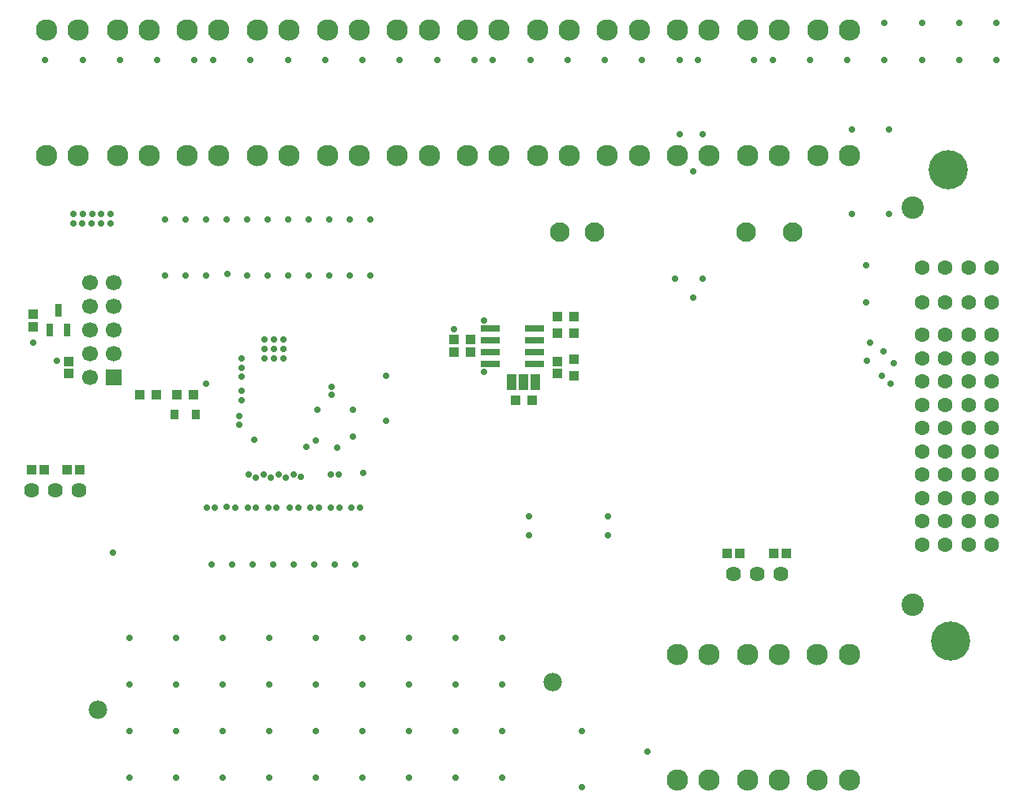
<source format=gbs>
G04*
G04 #@! TF.GenerationSoftware,Altium Limited,Altium Designer,21.9.2 (33)*
G04*
G04 Layer_Color=16711935*
%FSLAX25Y25*%
%MOIN*%
G70*
G04*
G04 #@! TF.SameCoordinates,3EA75405-4CE9-4461-8B4E-421F381EEA3C*
G04*
G04*
G04 #@! TF.FilePolarity,Negative*
G04*
G01*
G75*
%ADD17R,0.03937X0.04331*%
%ADD19R,0.04331X0.03937*%
%ADD25R,0.06693X0.06693*%
%ADD26C,0.06693*%
%ADD27C,0.07795*%
%ADD28C,0.06394*%
%ADD29C,0.09055*%
%ADD30C,0.08268*%
%ADD31C,0.06299*%
%ADD32C,0.09449*%
%ADD33C,0.16535*%
%ADD34C,0.02756*%
%ADD35R,0.03543X0.03937*%
%ADD55R,0.02594X0.05394*%
%ADD56R,0.08194X0.02594*%
%ADD57R,0.03937X0.06890*%
D17*
X475968Y411417D02*
D03*
Y404331D02*
D03*
X483071Y411417D02*
D03*
Y404331D02*
D03*
Y393307D02*
D03*
Y386221D02*
D03*
X254035Y346457D02*
D03*
X259350D02*
D03*
X274311D02*
D03*
X268996D02*
D03*
X572736Y311417D02*
D03*
X567421D02*
D03*
X547736D02*
D03*
X553051D02*
D03*
D19*
X315354Y378346D02*
D03*
X322441D02*
D03*
X299606D02*
D03*
X306693D02*
D03*
X254724Y412106D02*
D03*
Y406791D02*
D03*
X432267Y401476D02*
D03*
Y396161D02*
D03*
X439370Y401476D02*
D03*
Y396161D02*
D03*
X475968Y387106D02*
D03*
Y392421D02*
D03*
X465354Y375968D02*
D03*
X458268D02*
D03*
X269685Y392421D02*
D03*
Y387106D02*
D03*
D25*
X288740Y385512D02*
D03*
D26*
X278740D02*
D03*
X288740Y395512D02*
D03*
X278740D02*
D03*
X288740Y405512D02*
D03*
X278740D02*
D03*
X288740Y415512D02*
D03*
X278740D02*
D03*
X288740Y425512D02*
D03*
X278740D02*
D03*
D27*
X473996Y257064D02*
D03*
X281909Y245315D02*
D03*
D28*
X570236Y302559D02*
D03*
X560236D02*
D03*
X550236D02*
D03*
X274173Y338091D02*
D03*
X264173D02*
D03*
X254173D02*
D03*
D29*
X526707Y215610D02*
D03*
X540093D02*
D03*
X526707Y268642D02*
D03*
X540093D02*
D03*
X556267Y215610D02*
D03*
X569653D02*
D03*
X556267Y268642D02*
D03*
X569653D02*
D03*
X585827Y215610D02*
D03*
X599213D02*
D03*
X585827Y268642D02*
D03*
X599213D02*
D03*
X260341Y479390D02*
D03*
X273727D02*
D03*
X260341Y532421D02*
D03*
X273727D02*
D03*
X349346Y479390D02*
D03*
X362732D02*
D03*
X349346Y532421D02*
D03*
X362732D02*
D03*
X290226Y479390D02*
D03*
X303612D02*
D03*
X290226Y532421D02*
D03*
X303612D02*
D03*
X319786Y479390D02*
D03*
X333172D02*
D03*
X319786Y532421D02*
D03*
X333172D02*
D03*
X497147Y479390D02*
D03*
X510532D02*
D03*
X497147Y532421D02*
D03*
X510532D02*
D03*
X526772Y479390D02*
D03*
X540158D02*
D03*
X526772Y532421D02*
D03*
X540158D02*
D03*
X438027Y479390D02*
D03*
X451412D02*
D03*
X438027Y532421D02*
D03*
X451412D02*
D03*
X408466Y479390D02*
D03*
X421852D02*
D03*
X408466Y532421D02*
D03*
X421852D02*
D03*
X378906Y479390D02*
D03*
X392292D02*
D03*
X378906Y532421D02*
D03*
X392292D02*
D03*
X467587Y479390D02*
D03*
X480972D02*
D03*
X467587Y532421D02*
D03*
X480972D02*
D03*
X556332Y479390D02*
D03*
X569718D02*
D03*
X556332Y532421D02*
D03*
X569718D02*
D03*
X585892Y479390D02*
D03*
X599278D02*
D03*
X585892Y532421D02*
D03*
X599278D02*
D03*
D30*
X476870Y446850D02*
D03*
X491634D02*
D03*
X555610D02*
D03*
X575295D02*
D03*
D31*
X659449Y324803D02*
D03*
Y364173D02*
D03*
Y417126D02*
D03*
Y314961D02*
D03*
Y334646D02*
D03*
Y344488D02*
D03*
Y354331D02*
D03*
Y374016D02*
D03*
Y383858D02*
D03*
Y393701D02*
D03*
Y403543D02*
D03*
Y431890D02*
D03*
X649606Y324803D02*
D03*
Y364173D02*
D03*
Y417126D02*
D03*
Y314961D02*
D03*
Y334646D02*
D03*
Y344488D02*
D03*
Y354331D02*
D03*
Y374016D02*
D03*
Y383858D02*
D03*
Y393701D02*
D03*
Y403543D02*
D03*
Y431890D02*
D03*
X639764Y324803D02*
D03*
Y364173D02*
D03*
Y417126D02*
D03*
Y314961D02*
D03*
Y334646D02*
D03*
Y344488D02*
D03*
Y354331D02*
D03*
Y374016D02*
D03*
Y383858D02*
D03*
Y393701D02*
D03*
Y403543D02*
D03*
Y431890D02*
D03*
X629921Y324803D02*
D03*
Y364173D02*
D03*
Y417126D02*
D03*
Y314961D02*
D03*
Y334646D02*
D03*
Y344488D02*
D03*
Y354331D02*
D03*
Y374016D02*
D03*
Y383858D02*
D03*
Y393701D02*
D03*
Y403543D02*
D03*
Y431890D02*
D03*
D32*
X625984Y457283D02*
D03*
Y289567D02*
D03*
D33*
X641142Y473425D02*
D03*
X642126Y274410D02*
D03*
D34*
X452756Y216535D02*
D03*
X433071D02*
D03*
X413386D02*
D03*
X393701D02*
D03*
X374016D02*
D03*
X354331D02*
D03*
X334646D02*
D03*
X314961D02*
D03*
X295276D02*
D03*
X452756Y255906D02*
D03*
X433071D02*
D03*
X413386D02*
D03*
X393701D02*
D03*
X374016D02*
D03*
X354331D02*
D03*
X334646D02*
D03*
X314961D02*
D03*
X295276D02*
D03*
X374803Y372047D02*
D03*
X452756Y236221D02*
D03*
X433071D02*
D03*
X413386D02*
D03*
X374016D02*
D03*
X393701D02*
D03*
X354331D02*
D03*
X334646D02*
D03*
X314961D02*
D03*
X295276D02*
D03*
X452756Y275590D02*
D03*
X433071D02*
D03*
X413386D02*
D03*
X393701D02*
D03*
X374016D02*
D03*
X354331D02*
D03*
X334646D02*
D03*
X314961D02*
D03*
X295276D02*
D03*
X327559Y428740D02*
D03*
X612992Y386221D02*
D03*
X607874Y400394D02*
D03*
X606693Y392520D02*
D03*
X613779Y396457D02*
D03*
X389790Y372021D02*
D03*
X348132Y359423D02*
D03*
X342520Y393701D02*
D03*
X360236D02*
D03*
Y401575D02*
D03*
Y397638D02*
D03*
X356299Y393701D02*
D03*
X352362D02*
D03*
X356299Y397638D02*
D03*
Y401575D02*
D03*
X352362Y397638D02*
D03*
Y401575D02*
D03*
X327559Y383071D02*
D03*
X514173Y227559D02*
D03*
X329921Y306693D02*
D03*
X497244Y318898D02*
D03*
Y326772D02*
D03*
X486496Y236220D02*
D03*
Y212598D02*
D03*
X254724Y400394D02*
D03*
X264567Y392520D02*
D03*
X394094Y345276D02*
D03*
X341732Y365748D02*
D03*
Y369291D02*
D03*
X392520Y330709D02*
D03*
X383677Y344488D02*
D03*
X380315D02*
D03*
X464173Y326772D02*
D03*
X464173Y318898D02*
D03*
X362205Y452362D02*
D03*
X355906Y306693D02*
D03*
X389764Y360630D02*
D03*
X345276Y330709D02*
D03*
X336492Y330818D02*
D03*
X367800Y343565D02*
D03*
X375197Y330693D02*
D03*
X345669Y344488D02*
D03*
X348819Y343307D02*
D03*
X348819Y330709D02*
D03*
X389027Y330709D02*
D03*
X380348D02*
D03*
X371670D02*
D03*
X362992D02*
D03*
X357480Y330709D02*
D03*
X340158D02*
D03*
X331496D02*
D03*
X361417Y343307D02*
D03*
X355118Y343312D02*
D03*
X364567Y344488D02*
D03*
X358268D02*
D03*
X351969D02*
D03*
X444882Y387795D02*
D03*
Y409449D02*
D03*
X347244Y306693D02*
D03*
X353543Y428740D02*
D03*
X336733Y429252D02*
D03*
X396850Y428740D02*
D03*
X388189D02*
D03*
X379528D02*
D03*
X370866D02*
D03*
X362205D02*
D03*
X344882D02*
D03*
X318898D02*
D03*
X310236D02*
D03*
X342520Y385827D02*
D03*
X342570Y379972D02*
D03*
X342520Y375984D02*
D03*
Y389764D02*
D03*
X318898Y452362D02*
D03*
X383038Y356078D02*
D03*
X374016Y358972D02*
D03*
X370079Y356299D02*
D03*
X353937Y330709D02*
D03*
X327953D02*
D03*
X364567Y306693D02*
D03*
X373228D02*
D03*
X381890D02*
D03*
X383892Y330709D02*
D03*
X390551Y306693D02*
D03*
X366535Y330709D02*
D03*
X338583Y306693D02*
D03*
X288189Y311475D02*
D03*
X287288Y450591D02*
D03*
X283351D02*
D03*
X279414D02*
D03*
X275477D02*
D03*
X271540D02*
D03*
X287402Y454724D02*
D03*
X283465D02*
D03*
X279528D02*
D03*
X275590D02*
D03*
X271654D02*
D03*
X616142D02*
D03*
X600394D02*
D03*
X616142Y490158D02*
D03*
X600394D02*
D03*
X606299Y433071D02*
D03*
Y417323D02*
D03*
X533465Y419291D02*
D03*
X525591Y427165D02*
D03*
X537402D02*
D03*
X533465Y472441D02*
D03*
X537402Y488189D02*
D03*
X527559D02*
D03*
X616535Y383071D02*
D03*
X618110Y391732D02*
D03*
X614173Y535433D02*
D03*
X629921D02*
D03*
X645669D02*
D03*
X661417D02*
D03*
Y519685D02*
D03*
X645669D02*
D03*
X629921D02*
D03*
X614173D02*
D03*
X598425D02*
D03*
X582677D02*
D03*
X566929D02*
D03*
X559055D02*
D03*
X535433D02*
D03*
X527559D02*
D03*
X511811D02*
D03*
X496063D02*
D03*
X480315D02*
D03*
X464567D02*
D03*
X448819D02*
D03*
X440945D02*
D03*
X425197D02*
D03*
X409449D02*
D03*
X393701D02*
D03*
X377953D02*
D03*
X362205D02*
D03*
X346457D02*
D03*
X330709D02*
D03*
X322835D02*
D03*
X307087D02*
D03*
X291339D02*
D03*
X275590D02*
D03*
X259842D02*
D03*
X483071Y393307D02*
D03*
Y404331D02*
D03*
X432283Y405905D02*
D03*
X396850Y452362D02*
D03*
X379528D02*
D03*
X388189D02*
D03*
X380709Y378346D02*
D03*
X380700Y381709D02*
D03*
X336221Y452362D02*
D03*
X327559D02*
D03*
X310236D02*
D03*
X344882Y452362D02*
D03*
X353543D02*
D03*
X370866Y452362D02*
D03*
X483071Y386221D02*
D03*
Y411417D02*
D03*
X403543Y367323D02*
D03*
Y386221D02*
D03*
D35*
X323425Y370079D02*
D03*
X314370D02*
D03*
D55*
X269054Y405743D02*
D03*
X261654D02*
D03*
X265354Y413942D02*
D03*
D56*
X466387Y391319D02*
D03*
Y396319D02*
D03*
Y401319D02*
D03*
Y406319D02*
D03*
X447787D02*
D03*
Y401319D02*
D03*
Y396319D02*
D03*
Y391319D02*
D03*
D57*
X461811Y383465D02*
D03*
X466811D02*
D03*
X456811D02*
D03*
M02*

</source>
